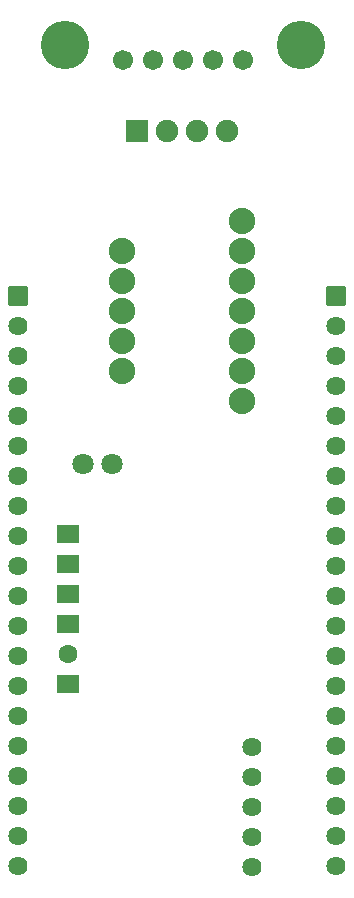
<source format=gbs>
G04 Layer: BottomSolderMaskLayer*
G04 EasyEDA v6.5.44, 2024-09-18 08:49:22*
G04 5f0ec6a2444f475180eab9a5ccfc1f11,63b8e65828324c89aad8d8d9142c2ac9,10*
G04 Gerber Generator version 0.2*
G04 Scale: 100 percent, Rotated: No, Reflected: No *
G04 Dimensions in millimeters *
G04 leading zeros omitted , absolute positions ,4 integer and 5 decimal *
%FSLAX45Y45*%
%MOMM*%

%AMMACRO1*4,1,8,-0.7831,-0.8128,-0.8128,-0.7828,-0.8128,0.7831,-0.7831,0.8128,0.7828,0.8128,0.8128,0.7831,0.8128,-0.7828,0.7828,-0.8128,-0.7831,-0.8128,0*%
%AMMACRO2*4,1,8,-0.8922,-0.9516,-0.9516,-0.8919,-0.9516,0.8922,-0.8922,0.9516,0.8919,0.9516,0.9516,0.8922,0.9516,-0.8919,0.8919,-0.9516,-0.8922,-0.9516,0*%
%AMMACRO3*4,1,8,-0.8701,-0.7576,-0.8998,-0.7276,-0.8998,0.7278,-0.8701,0.7576,0.8698,0.7576,0.8998,0.7278,0.8998,-0.7276,0.8698,-0.7576,-0.8701,-0.7576,0*%
%ADD10C,1.7016*%
%ADD11C,4.1016*%
%ADD12MACRO1*%
%ADD13C,1.6256*%
%ADD14C,1.8000*%
%ADD15MACRO2*%
%ADD16C,1.9032*%
%ADD17C,1.6016*%
%ADD18MACRO3*%
%ADD19C,2.2352*%

%LPD*%
D10*
G01*
X1041400Y6972300D03*
G01*
X1295400Y6972300D03*
G01*
X1549400Y6972300D03*
G01*
X1803400Y6972300D03*
G01*
X2057400Y6972300D03*
D11*
G01*
X549402Y7095286D03*
G01*
X2549397Y7095286D03*
D12*
G01*
X152400Y4978400D03*
D13*
G01*
X152400Y4724400D03*
G01*
X152400Y4470400D03*
G01*
X152400Y4216400D03*
G01*
X152400Y3962400D03*
G01*
X152400Y3708400D03*
G01*
X152400Y3454400D03*
G01*
X152400Y3200400D03*
G01*
X152400Y2946400D03*
G01*
X152400Y2692400D03*
G01*
X152400Y2438400D03*
G01*
X152400Y2184400D03*
G01*
X152400Y1930400D03*
G01*
X152400Y1676400D03*
G01*
X152400Y1422400D03*
G01*
X152400Y1168400D03*
G01*
X152400Y914400D03*
G01*
X152400Y660400D03*
G01*
X152400Y406400D03*
G01*
X152400Y152400D03*
D12*
G01*
X2844800Y4978400D03*
D13*
G01*
X2844800Y4724400D03*
G01*
X2844800Y4470400D03*
G01*
X2844800Y4216400D03*
G01*
X2844800Y3962400D03*
G01*
X2844800Y3708400D03*
G01*
X2844800Y3454400D03*
G01*
X2844800Y3200400D03*
G01*
X2844800Y2946400D03*
G01*
X2844800Y2692400D03*
G01*
X2844800Y2438400D03*
G01*
X2844800Y2184400D03*
G01*
X2844800Y1930400D03*
G01*
X2844800Y1676400D03*
G01*
X2844800Y1422400D03*
G01*
X2844800Y1168400D03*
G01*
X2844800Y914400D03*
G01*
X2844800Y660400D03*
G01*
X2844800Y406400D03*
G01*
X2844800Y152400D03*
D14*
G01*
X950518Y3556000D03*
G01*
X700506Y3556000D03*
D15*
G01*
X1158201Y6369291D03*
D16*
G01*
X1412189Y6369304D03*
G01*
X1666189Y6369304D03*
G01*
X1920189Y6369304D03*
D13*
G01*
X2133295Y139700D03*
G01*
X2133295Y393700D03*
G01*
X2133295Y647700D03*
G01*
X2133295Y901700D03*
G01*
X2133295Y1155700D03*
D17*
G01*
X571474Y1943125D03*
D18*
G01*
X571487Y2197112D03*
G01*
X571487Y2451112D03*
G01*
X571487Y2705112D03*
G01*
X571487Y2959112D03*
G01*
X571487Y1689112D03*
D19*
G01*
X1028623Y4851323D03*
G01*
X1028623Y4597323D03*
G01*
X1028623Y4343323D03*
G01*
X1028623Y5105323D03*
G01*
X1028623Y5359323D03*
G01*
X2044623Y4851323D03*
G01*
X2044623Y5105323D03*
G01*
X2044623Y5359323D03*
G01*
X2044623Y5613323D03*
G01*
X2044623Y4597323D03*
G01*
X2044623Y4343323D03*
G01*
X2044623Y4089323D03*
D10*
G01*
X1295400Y6972300D03*
M02*

</source>
